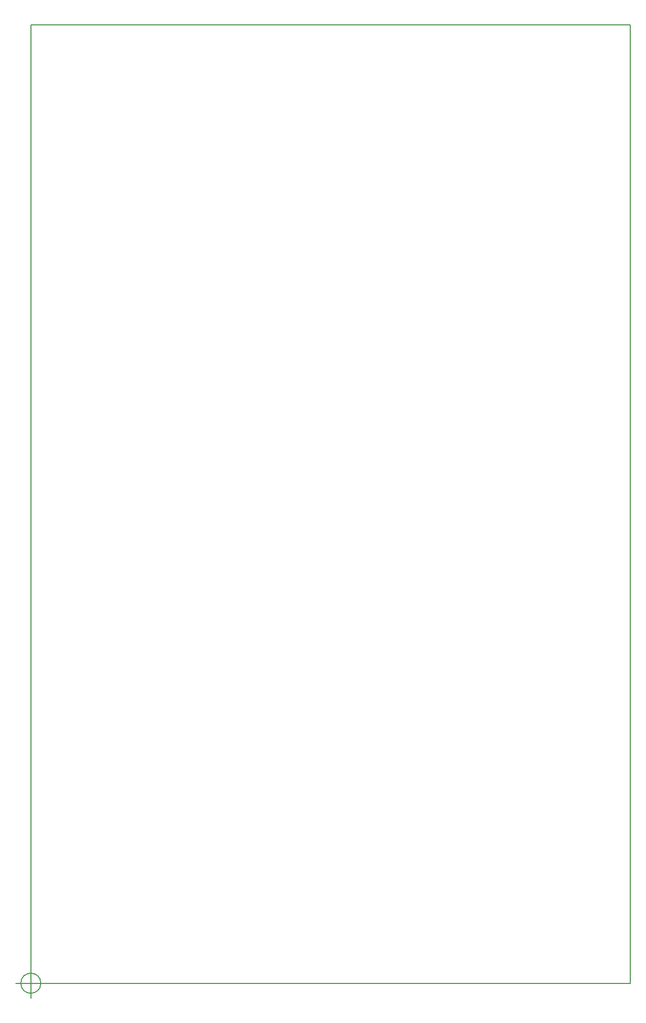
<source format=gbr>
G04 #@! TF.FileFunction,Profile,NP*
%FSLAX46Y46*%
G04 Gerber Fmt 4.6, Leading zero omitted, Abs format (unit mm)*
G04 Created by KiCad (PCBNEW 4.0.7) date 02/12/19 19:11:39*
%MOMM*%
%LPD*%
G01*
G04 APERTURE LIST*
%ADD10C,0.100000*%
%ADD11C,0.150000*%
G04 APERTURE END LIST*
D10*
D11*
X21666666Y-189900000D02*
G75*
G03X21666666Y-189900000I-1666666J0D01*
G01*
X17500000Y-189900000D02*
X22500000Y-189900000D01*
X20000000Y-187400000D02*
X20000000Y-192400000D01*
X20000000Y-189900000D02*
X20000000Y-29900000D01*
X120000000Y-189900000D02*
X20000000Y-189900000D01*
X120000000Y-29900000D02*
X120000000Y-189900000D01*
X20000000Y-29900000D02*
X120000000Y-29900000D01*
M02*

</source>
